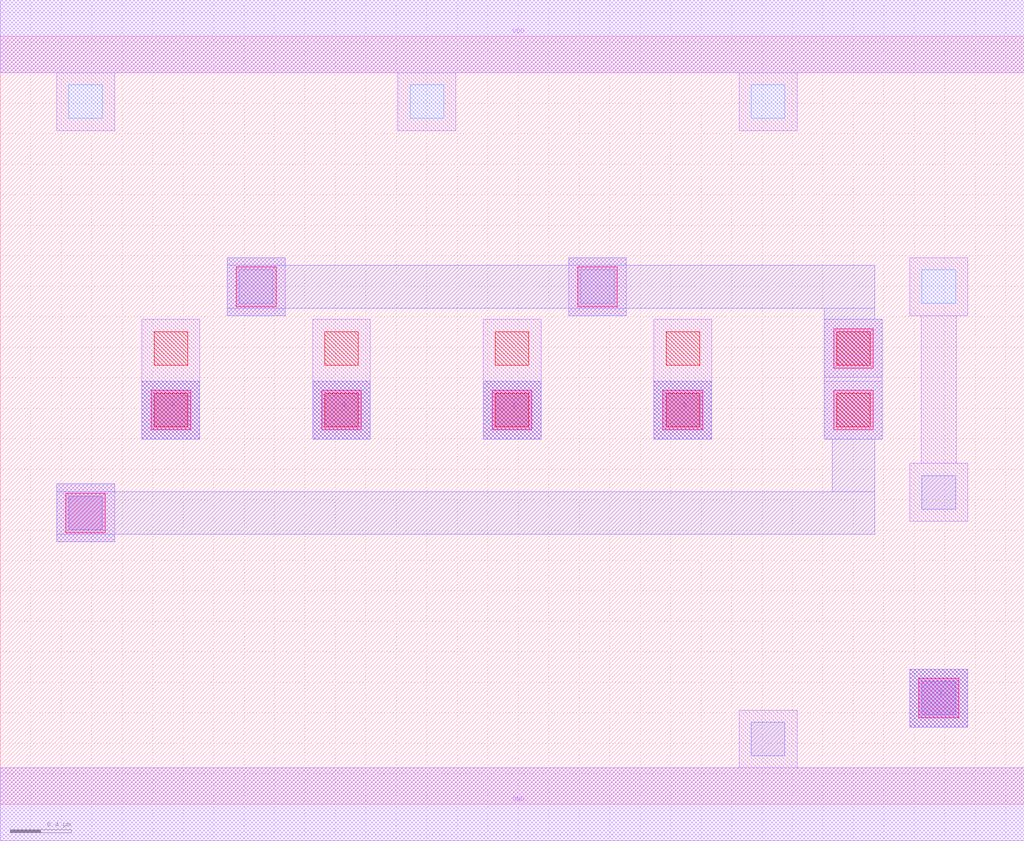
<source format=lef>
MACRO AND4
 CLASS CORE ;
 FOREIGN AND4 0 0 ;
 SIZE 6.72 BY 5.04 ;
 ORIGIN 0 0 ;
 SYMMETRY X Y R90 ;
 SITE unit ;
  PIN VDD
   DIRECTION INOUT ;
   USE POWER ;
   SHAPE ABUTMENT ;
    PORT
     CLASS CORE ;
       LAYER met1 ;
        RECT 0.00000000 4.80000000 6.72000000 5.28000000 ;
    END
  END VDD

  PIN GND
   DIRECTION INOUT ;
   USE POWER ;
   SHAPE ABUTMENT ;
    PORT
     CLASS CORE ;
       LAYER met1 ;
        RECT 0.00000000 -0.24000000 6.72000000 0.24000000 ;
    END
  END GND

  PIN Z
   DIRECTION INOUT ;
   USE SIGNAL ;
   SHAPE ABUTMENT ;
    PORT
     CLASS CORE ;
       LAYER met2 ;
        RECT 5.97000000 0.50700000 6.35000000 0.88700000 ;
    END
  END Z

  PIN C
   DIRECTION INOUT ;
   USE SIGNAL ;
   SHAPE ABUTMENT ;
    PORT
     CLASS CORE ;
       LAYER met2 ;
        RECT 3.17000000 2.39700000 3.55000000 2.77700000 ;
    END
  END C

  PIN A
   DIRECTION INOUT ;
   USE SIGNAL ;
   SHAPE ABUTMENT ;
    PORT
     CLASS CORE ;
       LAYER met2 ;
        RECT 0.93000000 2.39700000 1.31000000 2.77700000 ;
    END
  END A

  PIN D
   DIRECTION INOUT ;
   USE SIGNAL ;
   SHAPE ABUTMENT ;
    PORT
     CLASS CORE ;
       LAYER met2 ;
        RECT 4.29000000 2.39700000 4.67000000 2.77700000 ;
    END
  END D

  PIN B
   DIRECTION INOUT ;
   USE SIGNAL ;
   SHAPE ABUTMENT ;
    PORT
     CLASS CORE ;
       LAYER met2 ;
        RECT 2.05000000 2.39700000 2.43000000 2.77700000 ;
    END
  END B

 OBS
    LAYER polycont ;
     RECT 1.01000000 2.47700000 1.23000000 2.69700000 ;
     RECT 2.13000000 2.47700000 2.35000000 2.69700000 ;
     RECT 3.25000000 2.47700000 3.47000000 2.69700000 ;
     RECT 4.37000000 2.47700000 4.59000000 2.69700000 ;
     RECT 5.49000000 2.47700000 5.71000000 2.69700000 ;
     RECT 1.01000000 2.88200000 1.23000000 3.10200000 ;
     RECT 2.13000000 2.88200000 2.35000000 3.10200000 ;
     RECT 3.25000000 2.88200000 3.47000000 3.10200000 ;
     RECT 4.37000000 2.88200000 4.59000000 3.10200000 ;
     RECT 5.49000000 2.88200000 5.71000000 3.10200000 ;

    LAYER pdiffc ;
     RECT 1.57000000 3.28700000 1.79000000 3.50700000 ;
     RECT 3.81000000 3.28700000 4.03000000 3.50700000 ;
     RECT 6.05000000 3.28700000 6.27000000 3.50700000 ;
     RECT 0.45000000 4.50200000 0.67000000 4.72200000 ;
     RECT 2.69000000 4.50200000 2.91000000 4.72200000 ;
     RECT 4.93000000 4.50200000 5.15000000 4.72200000 ;

    LAYER ndiffc ;
     RECT 4.93000000 0.31700000 5.15000000 0.53700000 ;
     RECT 6.05000000 0.58700000 6.27000000 0.80700000 ;
     RECT 0.45000000 1.80200000 0.67000000 2.02200000 ;
     RECT 6.05000000 1.93700000 6.27000000 2.15700000 ;

    LAYER met1 ;
     RECT 0.00000000 -0.24000000 6.72000000 0.24000000 ;
     RECT 4.85000000 0.24000000 5.23000000 0.61700000 ;
     RECT 5.97000000 0.50700000 6.35000000 0.88700000 ;
     RECT 0.37000000 1.72200000 0.75000000 2.10200000 ;
     RECT 5.41000000 2.39700000 5.79000000 2.77700000 ;
     RECT 0.93000000 2.39700000 1.31000000 3.18200000 ;
     RECT 2.05000000 2.39700000 2.43000000 3.18200000 ;
     RECT 3.17000000 2.39700000 3.55000000 3.18200000 ;
     RECT 4.29000000 2.39700000 4.67000000 3.18200000 ;
     RECT 5.41000000 2.80200000 5.79000000 3.18200000 ;
     RECT 1.49000000 3.20700000 1.87000000 3.58700000 ;
     RECT 3.73000000 3.20700000 4.11000000 3.58700000 ;
     RECT 5.97000000 1.85700000 6.35000000 2.23700000 ;
     RECT 6.04500000 2.23700000 6.27500000 3.20700000 ;
     RECT 5.97000000 3.20700000 6.35000000 3.58700000 ;
     RECT 0.37000000 4.42200000 0.75000000 4.80000000 ;
     RECT 2.61000000 4.42200000 2.99000000 4.80000000 ;
     RECT 4.85000000 4.42200000 5.23000000 4.80000000 ;
     RECT 0.00000000 4.80000000 6.72000000 5.28000000 ;

    LAYER via1 ;
     RECT 6.03000000 0.56700000 6.29000000 0.82700000 ;
     RECT 0.43000000 1.78200000 0.69000000 2.04200000 ;
     RECT 0.99000000 2.45700000 1.25000000 2.71700000 ;
     RECT 2.11000000 2.45700000 2.37000000 2.71700000 ;
     RECT 3.23000000 2.45700000 3.49000000 2.71700000 ;
     RECT 4.35000000 2.45700000 4.61000000 2.71700000 ;
     RECT 5.47000000 2.45700000 5.73000000 2.71700000 ;
     RECT 5.47000000 2.86200000 5.73000000 3.12200000 ;
     RECT 1.55000000 3.26700000 1.81000000 3.52700000 ;
     RECT 3.79000000 3.26700000 4.05000000 3.52700000 ;

    LAYER met2 ;
     RECT 5.97000000 0.50700000 6.35000000 0.88700000 ;
     RECT 0.93000000 2.39700000 1.31000000 2.77700000 ;
     RECT 2.05000000 2.39700000 2.43000000 2.77700000 ;
     RECT 3.17000000 2.39700000 3.55000000 2.77700000 ;
     RECT 4.29000000 2.39700000 4.67000000 2.77700000 ;
     RECT 0.37000000 1.72200000 0.75000000 1.77200000 ;
     RECT 0.37000000 1.77200000 5.74000000 2.05200000 ;
     RECT 0.37000000 2.05200000 0.75000000 2.10200000 ;
     RECT 5.46000000 2.05200000 5.74000000 2.39700000 ;
     RECT 5.41000000 2.39700000 5.79000000 3.18200000 ;
     RECT 1.49000000 3.20700000 1.87000000 3.25700000 ;
     RECT 3.73000000 3.20700000 4.11000000 3.25700000 ;
     RECT 5.41000000 3.18200000 5.74000000 3.25700000 ;
     RECT 1.49000000 3.25700000 5.74000000 3.53700000 ;
     RECT 1.49000000 3.53700000 1.87000000 3.58700000 ;
     RECT 3.73000000 3.53700000 4.11000000 3.58700000 ;

 END
END AND4

</source>
